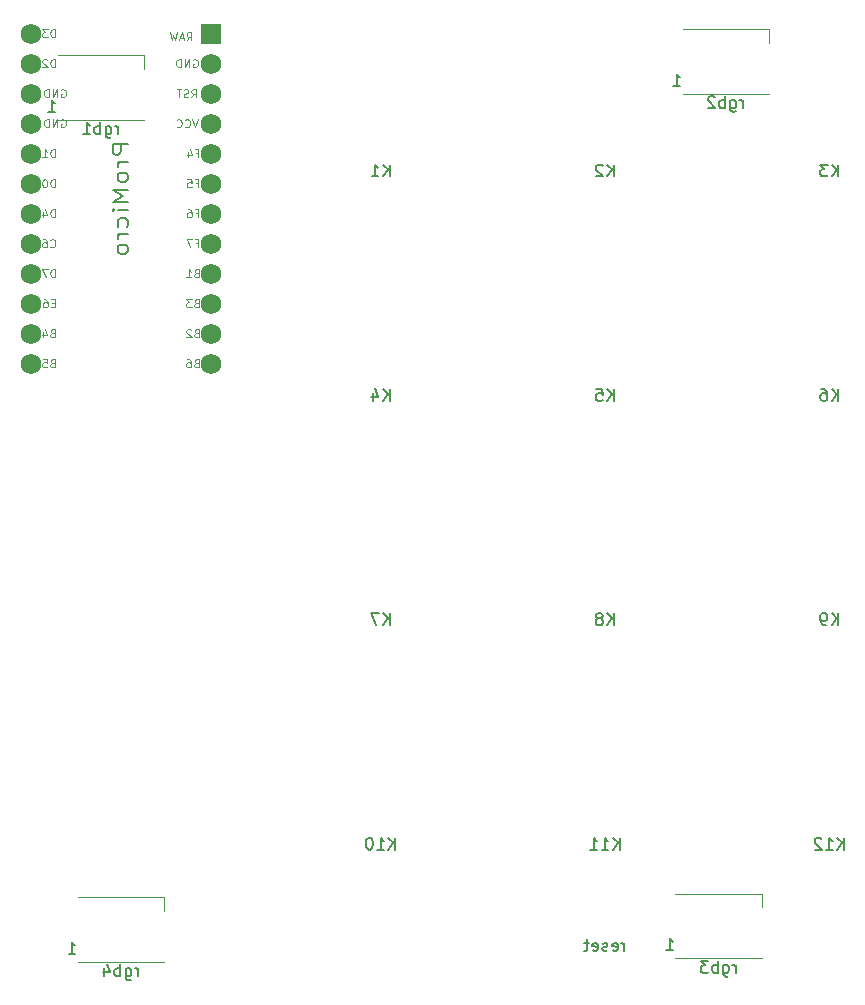
<source format=gbr>
%TF.GenerationSoftware,KiCad,Pcbnew,(6.0.10-0)*%
%TF.CreationDate,2023-01-20T12:34:31+00:00*%
%TF.ProjectId,fauxmac-plus,66617578-6d61-4632-9d70-6c75732e6b69,rev?*%
%TF.SameCoordinates,Original*%
%TF.FileFunction,Legend,Bot*%
%TF.FilePolarity,Positive*%
%FSLAX46Y46*%
G04 Gerber Fmt 4.6, Leading zero omitted, Abs format (unit mm)*
G04 Created by KiCad (PCBNEW (6.0.10-0)) date 2023-01-20 12:34:31*
%MOMM*%
%LPD*%
G01*
G04 APERTURE LIST*
%ADD10C,0.150000*%
%ADD11C,0.203200*%
%ADD12C,0.100000*%
%ADD13C,0.120000*%
%ADD14R,1.752600X1.752600*%
%ADD15C,1.752600*%
G04 APERTURE END LIST*
D10*
%TO.C,K1*%
X160238095Y-44127380D02*
X160238095Y-43127380D01*
X159666666Y-44127380D02*
X160095238Y-43555952D01*
X159666666Y-43127380D02*
X160238095Y-43698809D01*
X158714285Y-44127380D02*
X159285714Y-44127380D01*
X159000000Y-44127380D02*
X159000000Y-43127380D01*
X159095238Y-43270238D01*
X159190476Y-43365476D01*
X159285714Y-43413095D01*
%TO.C,K2*%
X179238095Y-44127380D02*
X179238095Y-43127380D01*
X178666666Y-44127380D02*
X179095238Y-43555952D01*
X178666666Y-43127380D02*
X179238095Y-43698809D01*
X178285714Y-43222619D02*
X178238095Y-43175000D01*
X178142857Y-43127380D01*
X177904761Y-43127380D01*
X177809523Y-43175000D01*
X177761904Y-43222619D01*
X177714285Y-43317857D01*
X177714285Y-43413095D01*
X177761904Y-43555952D01*
X178333333Y-44127380D01*
X177714285Y-44127380D01*
%TO.C,K3*%
X198238095Y-44127380D02*
X198238095Y-43127380D01*
X197666666Y-44127380D02*
X198095238Y-43555952D01*
X197666666Y-43127380D02*
X198238095Y-43698809D01*
X197333333Y-43127380D02*
X196714285Y-43127380D01*
X197047619Y-43508333D01*
X196904761Y-43508333D01*
X196809523Y-43555952D01*
X196761904Y-43603571D01*
X196714285Y-43698809D01*
X196714285Y-43936904D01*
X196761904Y-44032142D01*
X196809523Y-44079761D01*
X196904761Y-44127380D01*
X197190476Y-44127380D01*
X197285714Y-44079761D01*
X197333333Y-44032142D01*
%TO.C,K4*%
X160238095Y-63127380D02*
X160238095Y-62127380D01*
X159666666Y-63127380D02*
X160095238Y-62555952D01*
X159666666Y-62127380D02*
X160238095Y-62698809D01*
X158809523Y-62460714D02*
X158809523Y-63127380D01*
X159047619Y-62079761D02*
X159285714Y-62794047D01*
X158666666Y-62794047D01*
%TO.C,K5*%
X179238095Y-63127380D02*
X179238095Y-62127380D01*
X178666666Y-63127380D02*
X179095238Y-62555952D01*
X178666666Y-62127380D02*
X179238095Y-62698809D01*
X177761904Y-62127380D02*
X178238095Y-62127380D01*
X178285714Y-62603571D01*
X178238095Y-62555952D01*
X178142857Y-62508333D01*
X177904761Y-62508333D01*
X177809523Y-62555952D01*
X177761904Y-62603571D01*
X177714285Y-62698809D01*
X177714285Y-62936904D01*
X177761904Y-63032142D01*
X177809523Y-63079761D01*
X177904761Y-63127380D01*
X178142857Y-63127380D01*
X178238095Y-63079761D01*
X178285714Y-63032142D01*
%TO.C,K6*%
X198238095Y-63127380D02*
X198238095Y-62127380D01*
X197666666Y-63127380D02*
X198095238Y-62555952D01*
X197666666Y-62127380D02*
X198238095Y-62698809D01*
X196809523Y-62127380D02*
X197000000Y-62127380D01*
X197095238Y-62175000D01*
X197142857Y-62222619D01*
X197238095Y-62365476D01*
X197285714Y-62555952D01*
X197285714Y-62936904D01*
X197238095Y-63032142D01*
X197190476Y-63079761D01*
X197095238Y-63127380D01*
X196904761Y-63127380D01*
X196809523Y-63079761D01*
X196761904Y-63032142D01*
X196714285Y-62936904D01*
X196714285Y-62698809D01*
X196761904Y-62603571D01*
X196809523Y-62555952D01*
X196904761Y-62508333D01*
X197095238Y-62508333D01*
X197190476Y-62555952D01*
X197238095Y-62603571D01*
X197285714Y-62698809D01*
%TO.C,K7*%
X160238095Y-82127380D02*
X160238095Y-81127380D01*
X159666666Y-82127380D02*
X160095238Y-81555952D01*
X159666666Y-81127380D02*
X160238095Y-81698809D01*
X159333333Y-81127380D02*
X158666666Y-81127380D01*
X159095238Y-82127380D01*
%TO.C,K8*%
X179238095Y-82127380D02*
X179238095Y-81127380D01*
X178666666Y-82127380D02*
X179095238Y-81555952D01*
X178666666Y-81127380D02*
X179238095Y-81698809D01*
X178095238Y-81555952D02*
X178190476Y-81508333D01*
X178238095Y-81460714D01*
X178285714Y-81365476D01*
X178285714Y-81317857D01*
X178238095Y-81222619D01*
X178190476Y-81175000D01*
X178095238Y-81127380D01*
X177904761Y-81127380D01*
X177809523Y-81175000D01*
X177761904Y-81222619D01*
X177714285Y-81317857D01*
X177714285Y-81365476D01*
X177761904Y-81460714D01*
X177809523Y-81508333D01*
X177904761Y-81555952D01*
X178095238Y-81555952D01*
X178190476Y-81603571D01*
X178238095Y-81651190D01*
X178285714Y-81746428D01*
X178285714Y-81936904D01*
X178238095Y-82032142D01*
X178190476Y-82079761D01*
X178095238Y-82127380D01*
X177904761Y-82127380D01*
X177809523Y-82079761D01*
X177761904Y-82032142D01*
X177714285Y-81936904D01*
X177714285Y-81746428D01*
X177761904Y-81651190D01*
X177809523Y-81603571D01*
X177904761Y-81555952D01*
%TO.C,K9*%
X198238095Y-82127380D02*
X198238095Y-81127380D01*
X197666666Y-82127380D02*
X198095238Y-81555952D01*
X197666666Y-81127380D02*
X198238095Y-81698809D01*
X197190476Y-82127380D02*
X197000000Y-82127380D01*
X196904761Y-82079761D01*
X196857142Y-82032142D01*
X196761904Y-81889285D01*
X196714285Y-81698809D01*
X196714285Y-81317857D01*
X196761904Y-81222619D01*
X196809523Y-81175000D01*
X196904761Y-81127380D01*
X197095238Y-81127380D01*
X197190476Y-81175000D01*
X197238095Y-81222619D01*
X197285714Y-81317857D01*
X197285714Y-81555952D01*
X197238095Y-81651190D01*
X197190476Y-81698809D01*
X197095238Y-81746428D01*
X196904761Y-81746428D01*
X196809523Y-81698809D01*
X196761904Y-81651190D01*
X196714285Y-81555952D01*
%TO.C,K10*%
X160714285Y-101127380D02*
X160714285Y-100127380D01*
X160142857Y-101127380D02*
X160571428Y-100555952D01*
X160142857Y-100127380D02*
X160714285Y-100698809D01*
X159190476Y-101127380D02*
X159761904Y-101127380D01*
X159476190Y-101127380D02*
X159476190Y-100127380D01*
X159571428Y-100270238D01*
X159666666Y-100365476D01*
X159761904Y-100413095D01*
X158571428Y-100127380D02*
X158476190Y-100127380D01*
X158380952Y-100175000D01*
X158333333Y-100222619D01*
X158285714Y-100317857D01*
X158238095Y-100508333D01*
X158238095Y-100746428D01*
X158285714Y-100936904D01*
X158333333Y-101032142D01*
X158380952Y-101079761D01*
X158476190Y-101127380D01*
X158571428Y-101127380D01*
X158666666Y-101079761D01*
X158714285Y-101032142D01*
X158761904Y-100936904D01*
X158809523Y-100746428D01*
X158809523Y-100508333D01*
X158761904Y-100317857D01*
X158714285Y-100222619D01*
X158666666Y-100175000D01*
X158571428Y-100127380D01*
%TO.C,K11*%
X179714285Y-101127380D02*
X179714285Y-100127380D01*
X179142857Y-101127380D02*
X179571428Y-100555952D01*
X179142857Y-100127380D02*
X179714285Y-100698809D01*
X178190476Y-101127380D02*
X178761904Y-101127380D01*
X178476190Y-101127380D02*
X178476190Y-100127380D01*
X178571428Y-100270238D01*
X178666666Y-100365476D01*
X178761904Y-100413095D01*
X177238095Y-101127380D02*
X177809523Y-101127380D01*
X177523809Y-101127380D02*
X177523809Y-100127380D01*
X177619047Y-100270238D01*
X177714285Y-100365476D01*
X177809523Y-100413095D01*
%TO.C,K12*%
X198714285Y-101127380D02*
X198714285Y-100127380D01*
X198142857Y-101127380D02*
X198571428Y-100555952D01*
X198142857Y-100127380D02*
X198714285Y-100698809D01*
X197190476Y-101127380D02*
X197761904Y-101127380D01*
X197476190Y-101127380D02*
X197476190Y-100127380D01*
X197571428Y-100270238D01*
X197666666Y-100365476D01*
X197761904Y-100413095D01*
X196809523Y-100222619D02*
X196761904Y-100175000D01*
X196666666Y-100127380D01*
X196428571Y-100127380D01*
X196333333Y-100175000D01*
X196285714Y-100222619D01*
X196238095Y-100317857D01*
X196238095Y-100413095D01*
X196285714Y-100555952D01*
X196857142Y-101127380D01*
X196238095Y-101127380D01*
%TO.C,reset*%
X180119047Y-109702380D02*
X180119047Y-109035714D01*
X180119047Y-109226190D02*
X180071428Y-109130952D01*
X180023809Y-109083333D01*
X179928571Y-109035714D01*
X179833333Y-109035714D01*
X179119047Y-109654761D02*
X179214285Y-109702380D01*
X179404761Y-109702380D01*
X179500000Y-109654761D01*
X179547619Y-109559523D01*
X179547619Y-109178571D01*
X179500000Y-109083333D01*
X179404761Y-109035714D01*
X179214285Y-109035714D01*
X179119047Y-109083333D01*
X179071428Y-109178571D01*
X179071428Y-109273809D01*
X179547619Y-109369047D01*
X178690476Y-109654761D02*
X178595238Y-109702380D01*
X178404761Y-109702380D01*
X178309523Y-109654761D01*
X178261904Y-109559523D01*
X178261904Y-109511904D01*
X178309523Y-109416666D01*
X178404761Y-109369047D01*
X178547619Y-109369047D01*
X178642857Y-109321428D01*
X178690476Y-109226190D01*
X178690476Y-109178571D01*
X178642857Y-109083333D01*
X178547619Y-109035714D01*
X178404761Y-109035714D01*
X178309523Y-109083333D01*
X177452380Y-109654761D02*
X177547619Y-109702380D01*
X177738095Y-109702380D01*
X177833333Y-109654761D01*
X177880952Y-109559523D01*
X177880952Y-109178571D01*
X177833333Y-109083333D01*
X177738095Y-109035714D01*
X177547619Y-109035714D01*
X177452380Y-109083333D01*
X177404761Y-109178571D01*
X177404761Y-109273809D01*
X177880952Y-109369047D01*
X177119047Y-109035714D02*
X176738095Y-109035714D01*
X176976190Y-108702380D02*
X176976190Y-109559523D01*
X176928571Y-109654761D01*
X176833333Y-109702380D01*
X176738095Y-109702380D01*
D11*
%TO.C,U1*%
X138074523Y-41415714D02*
X136804523Y-41415714D01*
X136804523Y-41996285D01*
X136865000Y-42141428D01*
X136925476Y-42214000D01*
X137046428Y-42286571D01*
X137227857Y-42286571D01*
X137348809Y-42214000D01*
X137409285Y-42141428D01*
X137469761Y-41996285D01*
X137469761Y-41415714D01*
X138074523Y-42939714D02*
X137227857Y-42939714D01*
X137469761Y-42939714D02*
X137348809Y-43012285D01*
X137288333Y-43084857D01*
X137227857Y-43230000D01*
X137227857Y-43375142D01*
X138074523Y-44100857D02*
X138014047Y-43955714D01*
X137953571Y-43883142D01*
X137832619Y-43810571D01*
X137469761Y-43810571D01*
X137348809Y-43883142D01*
X137288333Y-43955714D01*
X137227857Y-44100857D01*
X137227857Y-44318571D01*
X137288333Y-44463714D01*
X137348809Y-44536285D01*
X137469761Y-44608857D01*
X137832619Y-44608857D01*
X137953571Y-44536285D01*
X138014047Y-44463714D01*
X138074523Y-44318571D01*
X138074523Y-44100857D01*
X138074523Y-45262000D02*
X136804523Y-45262000D01*
X137711666Y-45770000D01*
X136804523Y-46278000D01*
X138074523Y-46278000D01*
X138074523Y-47003714D02*
X137227857Y-47003714D01*
X136804523Y-47003714D02*
X136865000Y-46931142D01*
X136925476Y-47003714D01*
X136865000Y-47076285D01*
X136804523Y-47003714D01*
X136925476Y-47003714D01*
X138014047Y-48382571D02*
X138074523Y-48237428D01*
X138074523Y-47947142D01*
X138014047Y-47802000D01*
X137953571Y-47729428D01*
X137832619Y-47656857D01*
X137469761Y-47656857D01*
X137348809Y-47729428D01*
X137288333Y-47802000D01*
X137227857Y-47947142D01*
X137227857Y-48237428D01*
X137288333Y-48382571D01*
X138074523Y-49035714D02*
X137227857Y-49035714D01*
X137469761Y-49035714D02*
X137348809Y-49108285D01*
X137288333Y-49180857D01*
X137227857Y-49326000D01*
X137227857Y-49471142D01*
X138074523Y-50196857D02*
X138014047Y-50051714D01*
X137953571Y-49979142D01*
X137832619Y-49906571D01*
X137469761Y-49906571D01*
X137348809Y-49979142D01*
X137288333Y-50051714D01*
X137227857Y-50196857D01*
X137227857Y-50414571D01*
X137288333Y-50559714D01*
X137348809Y-50632285D01*
X137469761Y-50704857D01*
X137832619Y-50704857D01*
X137953571Y-50632285D01*
X138014047Y-50559714D01*
X138074523Y-50414571D01*
X138074523Y-50196857D01*
D12*
X131520666Y-50084000D02*
X131554000Y-50117333D01*
X131654000Y-50150666D01*
X131720666Y-50150666D01*
X131820666Y-50117333D01*
X131887333Y-50050666D01*
X131920666Y-49984000D01*
X131954000Y-49850666D01*
X131954000Y-49750666D01*
X131920666Y-49617333D01*
X131887333Y-49550666D01*
X131820666Y-49484000D01*
X131720666Y-49450666D01*
X131654000Y-49450666D01*
X131554000Y-49484000D01*
X131520666Y-49517333D01*
X130920666Y-49450666D02*
X131054000Y-49450666D01*
X131120666Y-49484000D01*
X131154000Y-49517333D01*
X131220666Y-49617333D01*
X131254000Y-49750666D01*
X131254000Y-50017333D01*
X131220666Y-50084000D01*
X131187333Y-50117333D01*
X131120666Y-50150666D01*
X130987333Y-50150666D01*
X130920666Y-50117333D01*
X130887333Y-50084000D01*
X130854000Y-50017333D01*
X130854000Y-49850666D01*
X130887333Y-49784000D01*
X130920666Y-49750666D01*
X130987333Y-49717333D01*
X131120666Y-49717333D01*
X131187333Y-49750666D01*
X131220666Y-49784000D01*
X131254000Y-49850666D01*
X131687333Y-57404000D02*
X131587333Y-57437333D01*
X131554000Y-57470666D01*
X131520666Y-57537333D01*
X131520666Y-57637333D01*
X131554000Y-57704000D01*
X131587333Y-57737333D01*
X131654000Y-57770666D01*
X131920666Y-57770666D01*
X131920666Y-57070666D01*
X131687333Y-57070666D01*
X131620666Y-57104000D01*
X131587333Y-57137333D01*
X131554000Y-57204000D01*
X131554000Y-57270666D01*
X131587333Y-57337333D01*
X131620666Y-57370666D01*
X131687333Y-57404000D01*
X131920666Y-57404000D01*
X130920666Y-57304000D02*
X130920666Y-57770666D01*
X131087333Y-57037333D02*
X131254000Y-57537333D01*
X130820666Y-57537333D01*
X143829333Y-47244000D02*
X144062666Y-47244000D01*
X144062666Y-47610666D02*
X144062666Y-46910666D01*
X143729333Y-46910666D01*
X143162666Y-46910666D02*
X143296000Y-46910666D01*
X143362666Y-46944000D01*
X143396000Y-46977333D01*
X143462666Y-47077333D01*
X143496000Y-47210666D01*
X143496000Y-47477333D01*
X143462666Y-47544000D01*
X143429333Y-47577333D01*
X143362666Y-47610666D01*
X143229333Y-47610666D01*
X143162666Y-47577333D01*
X143129333Y-47544000D01*
X143096000Y-47477333D01*
X143096000Y-47310666D01*
X143129333Y-47244000D01*
X143162666Y-47210666D01*
X143229333Y-47177333D01*
X143362666Y-47177333D01*
X143429333Y-47210666D01*
X143462666Y-47244000D01*
X143496000Y-47310666D01*
X143829333Y-42164000D02*
X144062666Y-42164000D01*
X144062666Y-42530666D02*
X144062666Y-41830666D01*
X143729333Y-41830666D01*
X143162666Y-42064000D02*
X143162666Y-42530666D01*
X143329333Y-41797333D02*
X143496000Y-42297333D01*
X143062666Y-42297333D01*
X143829333Y-44704000D02*
X144062666Y-44704000D01*
X144062666Y-45070666D02*
X144062666Y-44370666D01*
X143729333Y-44370666D01*
X143129333Y-44370666D02*
X143462666Y-44370666D01*
X143496000Y-44704000D01*
X143462666Y-44670666D01*
X143396000Y-44637333D01*
X143229333Y-44637333D01*
X143162666Y-44670666D01*
X143129333Y-44704000D01*
X143096000Y-44770666D01*
X143096000Y-44937333D01*
X143129333Y-45004000D01*
X143162666Y-45037333D01*
X143229333Y-45070666D01*
X143396000Y-45070666D01*
X143462666Y-45037333D01*
X143496000Y-45004000D01*
X143879333Y-54864000D02*
X143779333Y-54897333D01*
X143746000Y-54930666D01*
X143712666Y-54997333D01*
X143712666Y-55097333D01*
X143746000Y-55164000D01*
X143779333Y-55197333D01*
X143846000Y-55230666D01*
X144112666Y-55230666D01*
X144112666Y-54530666D01*
X143879333Y-54530666D01*
X143812666Y-54564000D01*
X143779333Y-54597333D01*
X143746000Y-54664000D01*
X143746000Y-54730666D01*
X143779333Y-54797333D01*
X143812666Y-54830666D01*
X143879333Y-54864000D01*
X144112666Y-54864000D01*
X143479333Y-54530666D02*
X143046000Y-54530666D01*
X143279333Y-54797333D01*
X143179333Y-54797333D01*
X143112666Y-54830666D01*
X143079333Y-54864000D01*
X143046000Y-54930666D01*
X143046000Y-55097333D01*
X143079333Y-55164000D01*
X143112666Y-55197333D01*
X143179333Y-55230666D01*
X143379333Y-55230666D01*
X143446000Y-55197333D01*
X143479333Y-55164000D01*
X131920666Y-42530666D02*
X131920666Y-41830666D01*
X131754000Y-41830666D01*
X131654000Y-41864000D01*
X131587333Y-41930666D01*
X131554000Y-41997333D01*
X131520666Y-42130666D01*
X131520666Y-42230666D01*
X131554000Y-42364000D01*
X131587333Y-42430666D01*
X131654000Y-42497333D01*
X131754000Y-42530666D01*
X131920666Y-42530666D01*
X130854000Y-42530666D02*
X131254000Y-42530666D01*
X131054000Y-42530666D02*
X131054000Y-41830666D01*
X131120666Y-41930666D01*
X131187333Y-41997333D01*
X131254000Y-42030666D01*
X143621333Y-34244000D02*
X143688000Y-34210666D01*
X143788000Y-34210666D01*
X143888000Y-34244000D01*
X143954666Y-34310666D01*
X143988000Y-34377333D01*
X144021333Y-34510666D01*
X144021333Y-34610666D01*
X143988000Y-34744000D01*
X143954666Y-34810666D01*
X143888000Y-34877333D01*
X143788000Y-34910666D01*
X143721333Y-34910666D01*
X143621333Y-34877333D01*
X143588000Y-34844000D01*
X143588000Y-34610666D01*
X143721333Y-34610666D01*
X143288000Y-34910666D02*
X143288000Y-34210666D01*
X142888000Y-34910666D01*
X142888000Y-34210666D01*
X142554666Y-34910666D02*
X142554666Y-34210666D01*
X142388000Y-34210666D01*
X142288000Y-34244000D01*
X142221333Y-34310666D01*
X142188000Y-34377333D01*
X142154666Y-34510666D01*
X142154666Y-34610666D01*
X142188000Y-34744000D01*
X142221333Y-34810666D01*
X142288000Y-34877333D01*
X142388000Y-34910666D01*
X142554666Y-34910666D01*
X132445333Y-36784000D02*
X132512000Y-36750666D01*
X132612000Y-36750666D01*
X132712000Y-36784000D01*
X132778666Y-36850666D01*
X132812000Y-36917333D01*
X132845333Y-37050666D01*
X132845333Y-37150666D01*
X132812000Y-37284000D01*
X132778666Y-37350666D01*
X132712000Y-37417333D01*
X132612000Y-37450666D01*
X132545333Y-37450666D01*
X132445333Y-37417333D01*
X132412000Y-37384000D01*
X132412000Y-37150666D01*
X132545333Y-37150666D01*
X132112000Y-37450666D02*
X132112000Y-36750666D01*
X131712000Y-37450666D01*
X131712000Y-36750666D01*
X131378666Y-37450666D02*
X131378666Y-36750666D01*
X131212000Y-36750666D01*
X131112000Y-36784000D01*
X131045333Y-36850666D01*
X131012000Y-36917333D01*
X130978666Y-37050666D01*
X130978666Y-37150666D01*
X131012000Y-37284000D01*
X131045333Y-37350666D01*
X131112000Y-37417333D01*
X131212000Y-37450666D01*
X131378666Y-37450666D01*
X131920666Y-47610666D02*
X131920666Y-46910666D01*
X131754000Y-46910666D01*
X131654000Y-46944000D01*
X131587333Y-47010666D01*
X131554000Y-47077333D01*
X131520666Y-47210666D01*
X131520666Y-47310666D01*
X131554000Y-47444000D01*
X131587333Y-47510666D01*
X131654000Y-47577333D01*
X131754000Y-47610666D01*
X131920666Y-47610666D01*
X130920666Y-47144000D02*
X130920666Y-47610666D01*
X131087333Y-46877333D02*
X131254000Y-47377333D01*
X130820666Y-47377333D01*
X143829333Y-49784000D02*
X144062666Y-49784000D01*
X144062666Y-50150666D02*
X144062666Y-49450666D01*
X143729333Y-49450666D01*
X143529333Y-49450666D02*
X143062666Y-49450666D01*
X143362666Y-50150666D01*
X143879333Y-52324000D02*
X143779333Y-52357333D01*
X143746000Y-52390666D01*
X143712666Y-52457333D01*
X143712666Y-52557333D01*
X143746000Y-52624000D01*
X143779333Y-52657333D01*
X143846000Y-52690666D01*
X144112666Y-52690666D01*
X144112666Y-51990666D01*
X143879333Y-51990666D01*
X143812666Y-52024000D01*
X143779333Y-52057333D01*
X143746000Y-52124000D01*
X143746000Y-52190666D01*
X143779333Y-52257333D01*
X143812666Y-52290666D01*
X143879333Y-52324000D01*
X144112666Y-52324000D01*
X143046000Y-52690666D02*
X143446000Y-52690666D01*
X143246000Y-52690666D02*
X143246000Y-51990666D01*
X143312666Y-52090666D01*
X143379333Y-52157333D01*
X143446000Y-52190666D01*
X131920666Y-32370666D02*
X131920666Y-31670666D01*
X131754000Y-31670666D01*
X131654000Y-31704000D01*
X131587333Y-31770666D01*
X131554000Y-31837333D01*
X131520666Y-31970666D01*
X131520666Y-32070666D01*
X131554000Y-32204000D01*
X131587333Y-32270666D01*
X131654000Y-32337333D01*
X131754000Y-32370666D01*
X131920666Y-32370666D01*
X131287333Y-31670666D02*
X130854000Y-31670666D01*
X131087333Y-31937333D01*
X130987333Y-31937333D01*
X130920666Y-31970666D01*
X130887333Y-32004000D01*
X130854000Y-32070666D01*
X130854000Y-32237333D01*
X130887333Y-32304000D01*
X130920666Y-32337333D01*
X130987333Y-32370666D01*
X131187333Y-32370666D01*
X131254000Y-32337333D01*
X131287333Y-32304000D01*
X131920666Y-34910666D02*
X131920666Y-34210666D01*
X131754000Y-34210666D01*
X131654000Y-34244000D01*
X131587333Y-34310666D01*
X131554000Y-34377333D01*
X131520666Y-34510666D01*
X131520666Y-34610666D01*
X131554000Y-34744000D01*
X131587333Y-34810666D01*
X131654000Y-34877333D01*
X131754000Y-34910666D01*
X131920666Y-34910666D01*
X131254000Y-34277333D02*
X131220666Y-34244000D01*
X131154000Y-34210666D01*
X130987333Y-34210666D01*
X130920666Y-34244000D01*
X130887333Y-34277333D01*
X130854000Y-34344000D01*
X130854000Y-34410666D01*
X130887333Y-34510666D01*
X131287333Y-34910666D01*
X130854000Y-34910666D01*
X131920666Y-45070666D02*
X131920666Y-44370666D01*
X131754000Y-44370666D01*
X131654000Y-44404000D01*
X131587333Y-44470666D01*
X131554000Y-44537333D01*
X131520666Y-44670666D01*
X131520666Y-44770666D01*
X131554000Y-44904000D01*
X131587333Y-44970666D01*
X131654000Y-45037333D01*
X131754000Y-45070666D01*
X131920666Y-45070666D01*
X131087333Y-44370666D02*
X131020666Y-44370666D01*
X130954000Y-44404000D01*
X130920666Y-44437333D01*
X130887333Y-44504000D01*
X130854000Y-44637333D01*
X130854000Y-44804000D01*
X130887333Y-44937333D01*
X130920666Y-45004000D01*
X130954000Y-45037333D01*
X131020666Y-45070666D01*
X131087333Y-45070666D01*
X131154000Y-45037333D01*
X131187333Y-45004000D01*
X131220666Y-44937333D01*
X131254000Y-44804000D01*
X131254000Y-44637333D01*
X131220666Y-44504000D01*
X131187333Y-44437333D01*
X131154000Y-44404000D01*
X131087333Y-44370666D01*
X131687333Y-59944000D02*
X131587333Y-59977333D01*
X131554000Y-60010666D01*
X131520666Y-60077333D01*
X131520666Y-60177333D01*
X131554000Y-60244000D01*
X131587333Y-60277333D01*
X131654000Y-60310666D01*
X131920666Y-60310666D01*
X131920666Y-59610666D01*
X131687333Y-59610666D01*
X131620666Y-59644000D01*
X131587333Y-59677333D01*
X131554000Y-59744000D01*
X131554000Y-59810666D01*
X131587333Y-59877333D01*
X131620666Y-59910666D01*
X131687333Y-59944000D01*
X131920666Y-59944000D01*
X130887333Y-59610666D02*
X131220666Y-59610666D01*
X131254000Y-59944000D01*
X131220666Y-59910666D01*
X131154000Y-59877333D01*
X130987333Y-59877333D01*
X130920666Y-59910666D01*
X130887333Y-59944000D01*
X130854000Y-60010666D01*
X130854000Y-60177333D01*
X130887333Y-60244000D01*
X130920666Y-60277333D01*
X130987333Y-60310666D01*
X131154000Y-60310666D01*
X131220666Y-60277333D01*
X131254000Y-60244000D01*
X144021333Y-39290666D02*
X143788000Y-39990666D01*
X143554666Y-39290666D01*
X142921333Y-39924000D02*
X142954666Y-39957333D01*
X143054666Y-39990666D01*
X143121333Y-39990666D01*
X143221333Y-39957333D01*
X143288000Y-39890666D01*
X143321333Y-39824000D01*
X143354666Y-39690666D01*
X143354666Y-39590666D01*
X143321333Y-39457333D01*
X143288000Y-39390666D01*
X143221333Y-39324000D01*
X143121333Y-39290666D01*
X143054666Y-39290666D01*
X142954666Y-39324000D01*
X142921333Y-39357333D01*
X142221333Y-39924000D02*
X142254666Y-39957333D01*
X142354666Y-39990666D01*
X142421333Y-39990666D01*
X142521333Y-39957333D01*
X142588000Y-39890666D01*
X142621333Y-39824000D01*
X142654666Y-39690666D01*
X142654666Y-39590666D01*
X142621333Y-39457333D01*
X142588000Y-39390666D01*
X142521333Y-39324000D01*
X142421333Y-39290666D01*
X142354666Y-39290666D01*
X142254666Y-39324000D01*
X142221333Y-39357333D01*
X132445333Y-39324000D02*
X132512000Y-39290666D01*
X132612000Y-39290666D01*
X132712000Y-39324000D01*
X132778666Y-39390666D01*
X132812000Y-39457333D01*
X132845333Y-39590666D01*
X132845333Y-39690666D01*
X132812000Y-39824000D01*
X132778666Y-39890666D01*
X132712000Y-39957333D01*
X132612000Y-39990666D01*
X132545333Y-39990666D01*
X132445333Y-39957333D01*
X132412000Y-39924000D01*
X132412000Y-39690666D01*
X132545333Y-39690666D01*
X132112000Y-39990666D02*
X132112000Y-39290666D01*
X131712000Y-39990666D01*
X131712000Y-39290666D01*
X131378666Y-39990666D02*
X131378666Y-39290666D01*
X131212000Y-39290666D01*
X131112000Y-39324000D01*
X131045333Y-39390666D01*
X131012000Y-39457333D01*
X130978666Y-39590666D01*
X130978666Y-39690666D01*
X131012000Y-39824000D01*
X131045333Y-39890666D01*
X131112000Y-39957333D01*
X131212000Y-39990666D01*
X131378666Y-39990666D01*
X143879333Y-59944000D02*
X143779333Y-59977333D01*
X143746000Y-60010666D01*
X143712666Y-60077333D01*
X143712666Y-60177333D01*
X143746000Y-60244000D01*
X143779333Y-60277333D01*
X143846000Y-60310666D01*
X144112666Y-60310666D01*
X144112666Y-59610666D01*
X143879333Y-59610666D01*
X143812666Y-59644000D01*
X143779333Y-59677333D01*
X143746000Y-59744000D01*
X143746000Y-59810666D01*
X143779333Y-59877333D01*
X143812666Y-59910666D01*
X143879333Y-59944000D01*
X144112666Y-59944000D01*
X143112666Y-59610666D02*
X143246000Y-59610666D01*
X143312666Y-59644000D01*
X143346000Y-59677333D01*
X143412666Y-59777333D01*
X143446000Y-59910666D01*
X143446000Y-60177333D01*
X143412666Y-60244000D01*
X143379333Y-60277333D01*
X143312666Y-60310666D01*
X143179333Y-60310666D01*
X143112666Y-60277333D01*
X143079333Y-60244000D01*
X143046000Y-60177333D01*
X143046000Y-60010666D01*
X143079333Y-59944000D01*
X143112666Y-59910666D01*
X143179333Y-59877333D01*
X143312666Y-59877333D01*
X143379333Y-59910666D01*
X143412666Y-59944000D01*
X143446000Y-60010666D01*
X131920666Y-52690666D02*
X131920666Y-51990666D01*
X131754000Y-51990666D01*
X131654000Y-52024000D01*
X131587333Y-52090666D01*
X131554000Y-52157333D01*
X131520666Y-52290666D01*
X131520666Y-52390666D01*
X131554000Y-52524000D01*
X131587333Y-52590666D01*
X131654000Y-52657333D01*
X131754000Y-52690666D01*
X131920666Y-52690666D01*
X131287333Y-51990666D02*
X130820666Y-51990666D01*
X131120666Y-52690666D01*
X131887333Y-54864000D02*
X131654000Y-54864000D01*
X131554000Y-55230666D02*
X131887333Y-55230666D01*
X131887333Y-54530666D01*
X131554000Y-54530666D01*
X130954000Y-54530666D02*
X131087333Y-54530666D01*
X131154000Y-54564000D01*
X131187333Y-54597333D01*
X131254000Y-54697333D01*
X131287333Y-54830666D01*
X131287333Y-55097333D01*
X131254000Y-55164000D01*
X131220666Y-55197333D01*
X131154000Y-55230666D01*
X131020666Y-55230666D01*
X130954000Y-55197333D01*
X130920666Y-55164000D01*
X130887333Y-55097333D01*
X130887333Y-54930666D01*
X130920666Y-54864000D01*
X130954000Y-54830666D01*
X131020666Y-54797333D01*
X131154000Y-54797333D01*
X131220666Y-54830666D01*
X131254000Y-54864000D01*
X131287333Y-54930666D01*
X143063333Y-32624666D02*
X143296666Y-32291333D01*
X143463333Y-32624666D02*
X143463333Y-31924666D01*
X143196666Y-31924666D01*
X143130000Y-31958000D01*
X143096666Y-31991333D01*
X143063333Y-32058000D01*
X143063333Y-32158000D01*
X143096666Y-32224666D01*
X143130000Y-32258000D01*
X143196666Y-32291333D01*
X143463333Y-32291333D01*
X142796666Y-32424666D02*
X142463333Y-32424666D01*
X142863333Y-32624666D02*
X142630000Y-31924666D01*
X142396666Y-32624666D01*
X142230000Y-31924666D02*
X142063333Y-32624666D01*
X141930000Y-32124666D01*
X141796666Y-32624666D01*
X141630000Y-31924666D01*
X143879333Y-57404000D02*
X143779333Y-57437333D01*
X143746000Y-57470666D01*
X143712666Y-57537333D01*
X143712666Y-57637333D01*
X143746000Y-57704000D01*
X143779333Y-57737333D01*
X143846000Y-57770666D01*
X144112666Y-57770666D01*
X144112666Y-57070666D01*
X143879333Y-57070666D01*
X143812666Y-57104000D01*
X143779333Y-57137333D01*
X143746000Y-57204000D01*
X143746000Y-57270666D01*
X143779333Y-57337333D01*
X143812666Y-57370666D01*
X143879333Y-57404000D01*
X144112666Y-57404000D01*
X143446000Y-57137333D02*
X143412666Y-57104000D01*
X143346000Y-57070666D01*
X143179333Y-57070666D01*
X143112666Y-57104000D01*
X143079333Y-57137333D01*
X143046000Y-57204000D01*
X143046000Y-57270666D01*
X143079333Y-57370666D01*
X143479333Y-57770666D01*
X143046000Y-57770666D01*
X143471333Y-37450666D02*
X143704666Y-37117333D01*
X143871333Y-37450666D02*
X143871333Y-36750666D01*
X143604666Y-36750666D01*
X143538000Y-36784000D01*
X143504666Y-36817333D01*
X143471333Y-36884000D01*
X143471333Y-36984000D01*
X143504666Y-37050666D01*
X143538000Y-37084000D01*
X143604666Y-37117333D01*
X143871333Y-37117333D01*
X143204666Y-37417333D02*
X143104666Y-37450666D01*
X142938000Y-37450666D01*
X142871333Y-37417333D01*
X142838000Y-37384000D01*
X142804666Y-37317333D01*
X142804666Y-37250666D01*
X142838000Y-37184000D01*
X142871333Y-37150666D01*
X142938000Y-37117333D01*
X143071333Y-37084000D01*
X143138000Y-37050666D01*
X143171333Y-37017333D01*
X143204666Y-36950666D01*
X143204666Y-36884000D01*
X143171333Y-36817333D01*
X143138000Y-36784000D01*
X143071333Y-36750666D01*
X142904666Y-36750666D01*
X142804666Y-36784000D01*
X142604666Y-36750666D02*
X142204666Y-36750666D01*
X142404666Y-37450666D02*
X142404666Y-36750666D01*
D10*
%TO.C,rgb2*%
X190152380Y-38352380D02*
X190152380Y-37685714D01*
X190152380Y-37876190D02*
X190104761Y-37780952D01*
X190057142Y-37733333D01*
X189961904Y-37685714D01*
X189866666Y-37685714D01*
X189104761Y-37685714D02*
X189104761Y-38495238D01*
X189152380Y-38590476D01*
X189200000Y-38638095D01*
X189295238Y-38685714D01*
X189438095Y-38685714D01*
X189533333Y-38638095D01*
X189104761Y-38304761D02*
X189200000Y-38352380D01*
X189390476Y-38352380D01*
X189485714Y-38304761D01*
X189533333Y-38257142D01*
X189580952Y-38161904D01*
X189580952Y-37876190D01*
X189533333Y-37780952D01*
X189485714Y-37733333D01*
X189390476Y-37685714D01*
X189200000Y-37685714D01*
X189104761Y-37733333D01*
X188628571Y-38352380D02*
X188628571Y-37352380D01*
X188628571Y-37733333D02*
X188533333Y-37685714D01*
X188342857Y-37685714D01*
X188247619Y-37733333D01*
X188200000Y-37780952D01*
X188152380Y-37876190D01*
X188152380Y-38161904D01*
X188200000Y-38257142D01*
X188247619Y-38304761D01*
X188342857Y-38352380D01*
X188533333Y-38352380D01*
X188628571Y-38304761D01*
X187771428Y-37447619D02*
X187723809Y-37400000D01*
X187628571Y-37352380D01*
X187390476Y-37352380D01*
X187295238Y-37400000D01*
X187247619Y-37447619D01*
X187200000Y-37542857D01*
X187200000Y-37638095D01*
X187247619Y-37780952D01*
X187819047Y-38352380D01*
X187200000Y-38352380D01*
X184264285Y-36452380D02*
X184835714Y-36452380D01*
X184550000Y-36452380D02*
X184550000Y-35452380D01*
X184645238Y-35595238D01*
X184740476Y-35690476D01*
X184835714Y-35738095D01*
%TO.C,rgb4*%
X138952380Y-111852380D02*
X138952380Y-111185714D01*
X138952380Y-111376190D02*
X138904761Y-111280952D01*
X138857142Y-111233333D01*
X138761904Y-111185714D01*
X138666666Y-111185714D01*
X137904761Y-111185714D02*
X137904761Y-111995238D01*
X137952380Y-112090476D01*
X138000000Y-112138095D01*
X138095238Y-112185714D01*
X138238095Y-112185714D01*
X138333333Y-112138095D01*
X137904761Y-111804761D02*
X138000000Y-111852380D01*
X138190476Y-111852380D01*
X138285714Y-111804761D01*
X138333333Y-111757142D01*
X138380952Y-111661904D01*
X138380952Y-111376190D01*
X138333333Y-111280952D01*
X138285714Y-111233333D01*
X138190476Y-111185714D01*
X138000000Y-111185714D01*
X137904761Y-111233333D01*
X137428571Y-111852380D02*
X137428571Y-110852380D01*
X137428571Y-111233333D02*
X137333333Y-111185714D01*
X137142857Y-111185714D01*
X137047619Y-111233333D01*
X137000000Y-111280952D01*
X136952380Y-111376190D01*
X136952380Y-111661904D01*
X137000000Y-111757142D01*
X137047619Y-111804761D01*
X137142857Y-111852380D01*
X137333333Y-111852380D01*
X137428571Y-111804761D01*
X136095238Y-111185714D02*
X136095238Y-111852380D01*
X136333333Y-110804761D02*
X136571428Y-111519047D01*
X135952380Y-111519047D01*
X133064285Y-109952380D02*
X133635714Y-109952380D01*
X133350000Y-109952380D02*
X133350000Y-108952380D01*
X133445238Y-109095238D01*
X133540476Y-109190476D01*
X133635714Y-109238095D01*
%TO.C,rgb3*%
X189552380Y-111552380D02*
X189552380Y-110885714D01*
X189552380Y-111076190D02*
X189504761Y-110980952D01*
X189457142Y-110933333D01*
X189361904Y-110885714D01*
X189266666Y-110885714D01*
X188504761Y-110885714D02*
X188504761Y-111695238D01*
X188552380Y-111790476D01*
X188600000Y-111838095D01*
X188695238Y-111885714D01*
X188838095Y-111885714D01*
X188933333Y-111838095D01*
X188504761Y-111504761D02*
X188600000Y-111552380D01*
X188790476Y-111552380D01*
X188885714Y-111504761D01*
X188933333Y-111457142D01*
X188980952Y-111361904D01*
X188980952Y-111076190D01*
X188933333Y-110980952D01*
X188885714Y-110933333D01*
X188790476Y-110885714D01*
X188600000Y-110885714D01*
X188504761Y-110933333D01*
X188028571Y-111552380D02*
X188028571Y-110552380D01*
X188028571Y-110933333D02*
X187933333Y-110885714D01*
X187742857Y-110885714D01*
X187647619Y-110933333D01*
X187600000Y-110980952D01*
X187552380Y-111076190D01*
X187552380Y-111361904D01*
X187600000Y-111457142D01*
X187647619Y-111504761D01*
X187742857Y-111552380D01*
X187933333Y-111552380D01*
X188028571Y-111504761D01*
X187219047Y-110552380D02*
X186600000Y-110552380D01*
X186933333Y-110933333D01*
X186790476Y-110933333D01*
X186695238Y-110980952D01*
X186647619Y-111028571D01*
X186600000Y-111123809D01*
X186600000Y-111361904D01*
X186647619Y-111457142D01*
X186695238Y-111504761D01*
X186790476Y-111552380D01*
X187076190Y-111552380D01*
X187171428Y-111504761D01*
X187219047Y-111457142D01*
X183664285Y-109652380D02*
X184235714Y-109652380D01*
X183950000Y-109652380D02*
X183950000Y-108652380D01*
X184045238Y-108795238D01*
X184140476Y-108890476D01*
X184235714Y-108938095D01*
%TO.C,rgb1*%
X137252380Y-40552380D02*
X137252380Y-39885714D01*
X137252380Y-40076190D02*
X137204761Y-39980952D01*
X137157142Y-39933333D01*
X137061904Y-39885714D01*
X136966666Y-39885714D01*
X136204761Y-39885714D02*
X136204761Y-40695238D01*
X136252380Y-40790476D01*
X136300000Y-40838095D01*
X136395238Y-40885714D01*
X136538095Y-40885714D01*
X136633333Y-40838095D01*
X136204761Y-40504761D02*
X136300000Y-40552380D01*
X136490476Y-40552380D01*
X136585714Y-40504761D01*
X136633333Y-40457142D01*
X136680952Y-40361904D01*
X136680952Y-40076190D01*
X136633333Y-39980952D01*
X136585714Y-39933333D01*
X136490476Y-39885714D01*
X136300000Y-39885714D01*
X136204761Y-39933333D01*
X135728571Y-40552380D02*
X135728571Y-39552380D01*
X135728571Y-39933333D02*
X135633333Y-39885714D01*
X135442857Y-39885714D01*
X135347619Y-39933333D01*
X135300000Y-39980952D01*
X135252380Y-40076190D01*
X135252380Y-40361904D01*
X135300000Y-40457142D01*
X135347619Y-40504761D01*
X135442857Y-40552380D01*
X135633333Y-40552380D01*
X135728571Y-40504761D01*
X134300000Y-40552380D02*
X134871428Y-40552380D01*
X134585714Y-40552380D02*
X134585714Y-39552380D01*
X134680952Y-39695238D01*
X134776190Y-39790476D01*
X134871428Y-39838095D01*
X131364285Y-38652380D02*
X131935714Y-38652380D01*
X131650000Y-38652380D02*
X131650000Y-37652380D01*
X131745238Y-37795238D01*
X131840476Y-37890476D01*
X131935714Y-37938095D01*
D13*
%TO.C,rgb2*%
X192350000Y-31650000D02*
X192350000Y-32800000D01*
X185050000Y-37150000D02*
X192350000Y-37150000D01*
X185050000Y-31650000D02*
X192350000Y-31650000D01*
%TO.C,rgb4*%
X141150000Y-105150000D02*
X141150000Y-106300000D01*
X133850000Y-110650000D02*
X141150000Y-110650000D01*
X133850000Y-105150000D02*
X141150000Y-105150000D01*
%TO.C,rgb3*%
X184450000Y-110350000D02*
X191750000Y-110350000D01*
X191750000Y-104850000D02*
X191750000Y-106000000D01*
X184450000Y-104850000D02*
X191750000Y-104850000D01*
%TO.C,rgb1*%
X132150000Y-33850000D02*
X139450000Y-33850000D01*
X139450000Y-33850000D02*
X139450000Y-35000000D01*
X132150000Y-39350000D02*
X139450000Y-39350000D01*
%TD*%
D14*
%TO.C,U1*%
X145120000Y-32054000D03*
D15*
X145120000Y-34594000D03*
X145120000Y-37134000D03*
X145120000Y-39674000D03*
X145120000Y-42214000D03*
X145120000Y-44754000D03*
X145120000Y-47294000D03*
X145120000Y-49834000D03*
X145120000Y-52374000D03*
X145120000Y-54914000D03*
X145120000Y-57454000D03*
X145120000Y-59994000D03*
X129880000Y-32054000D03*
X129880000Y-34594000D03*
X129880000Y-37134000D03*
X129880000Y-39674000D03*
X129880000Y-42214000D03*
X129880000Y-44754000D03*
X129880000Y-47294000D03*
X129880000Y-49834000D03*
X129880000Y-52374000D03*
X129880000Y-54914000D03*
X129880000Y-57454000D03*
X129880000Y-59994000D03*
%TD*%
M02*

</source>
